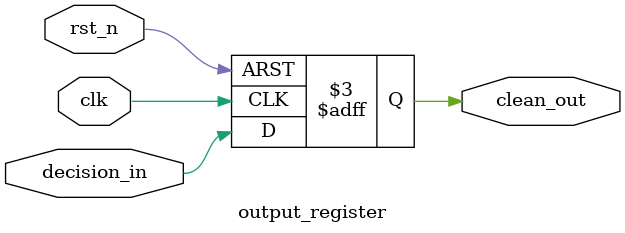
<source format=sv>
module glitch_filter_recovery (
    input  wire clk,
    input  wire rst_n,
    input  wire noisy_input,
    output wire clean_output
);
    // Internal signals
    wire [3:0] filtered_pattern;
    wire       decision_out;
    
    // Instantiate shift register module
    shift_register_unit u_shift_reg (
        .clk          (clk),
        .rst_n        (rst_n),
        .data_in      (noisy_input),
        .pattern_out  (filtered_pattern)
    );
    
    // Instantiate pattern detection and decision module
    pattern_detector u_pattern_detect (
        .clk          (clk),
        .rst_n        (rst_n),
        .pattern_in   (filtered_pattern),
        .clean_signal (decision_out)
    );
    
    // Instantiate output register module
    output_register u_out_reg (
        .clk          (clk),
        .rst_n        (rst_n),
        .decision_in  (decision_out),
        .clean_out    (clean_output)
    );
    
endmodule

//===================================================================
// Module: shift_register_unit
// Standard: IEEE 1364-2005
// Description: 4-bit shift register for input signal
//===================================================================
module shift_register_unit #(
    parameter BIT_WIDTH = 4
) (
    input  wire clk,
    input  wire rst_n,
    input  wire data_in,
    output reg [BIT_WIDTH-1:0] pattern_out
);
    
    always @(posedge clk or negedge rst_n) begin
        if (!rst_n) begin
            pattern_out <= {BIT_WIDTH{1'b0}};
        end else begin
            pattern_out <= {pattern_out[BIT_WIDTH-2:0], data_in};
        end
    end
    
endmodule

//===================================================================
// Module: pattern_detector
// Standard: IEEE 1364-2005
// Description: Detects stable patterns from shift register data
//===================================================================
module pattern_detector (
    input  wire clk,
    input  wire rst_n,
    input  wire [3:0] pattern_in,
    output reg  clean_signal
);
    
    // 跳跃进位加法器/进位前瞻加法器实现计数功能
    function [2:0] count_ones;
        input [3:0] pattern;
        reg [2:0] sum;
        reg [3:0] p, g; // 生成(generate)和传播(propagate)信号
        reg [3:0] c;    // 进位信号
        begin
            // 初始化生成和传播信号
            p = pattern;
            g = 4'b0000; // 对于单比特加法，没有内部生成
            
            // 计算进位信号 - 跳跃进位加法器逻辑
            c[0] = 1'b0; // 初始进位为0
            c[1] = g[0] | (p[0] & c[0]);
            c[2] = g[1] | (p[1] & g[0]) | (p[1] & p[0] & c[0]);
            c[3] = g[2] | (p[2] & g[1]) | (p[2] & p[1] & g[0]) | (p[2] & p[1] & p[0] & c[0]);
            
            // 计算最终和
            sum[0] = p[0] ^ c[0];
            sum[1] = p[1] ^ c[1];
            sum[2] = p[2] ^ c[2] | (p[3] ^ c[3]); // 合并第4位到总和中
            
            count_ones = sum;
        end
    endfunction
    
    always @(posedge clk or negedge rst_n) begin
        if (!rst_n) begin
            clean_signal <= 1'b0;
        end else begin
            // Decision logic: if 3 or more bits are 1, output 1
            // if 3 or more bits are 0, output 0
            // otherwise maintain previous value
            if (count_ones(pattern_in) >= 3) begin
                clean_signal <= 1'b1;
            end else if (count_ones(pattern_in) <= 1) begin
                clean_signal <= 1'b0;
            end
            // else maintain current value (implicit)
        end
    end
    
endmodule

//===================================================================
// Module: output_register
// Standard: IEEE 1364-2005
// Description: Registers the clean output signal
//===================================================================
module output_register (
    input  wire clk,
    input  wire rst_n,
    input  wire decision_in,
    output reg  clean_out
);
    
    always @(posedge clk or negedge rst_n) begin
        if (!rst_n) begin
            clean_out <= 1'b0;
        end else begin
            clean_out <= decision_in;
        end
    end
    
endmodule
</source>
